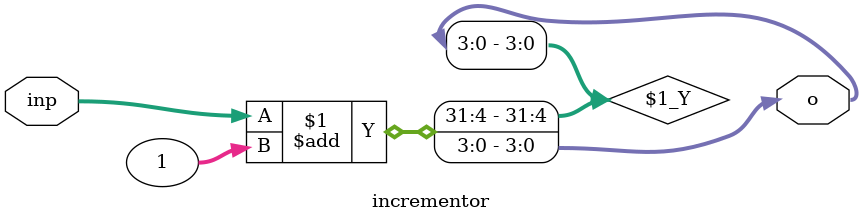
<source format=v>
`timescale 1ns / 1ps


module incrementor(
    input [3:0]inp,
    output [3:0]o
    );
    
    assign o = inp +1;
endmodule

</source>
